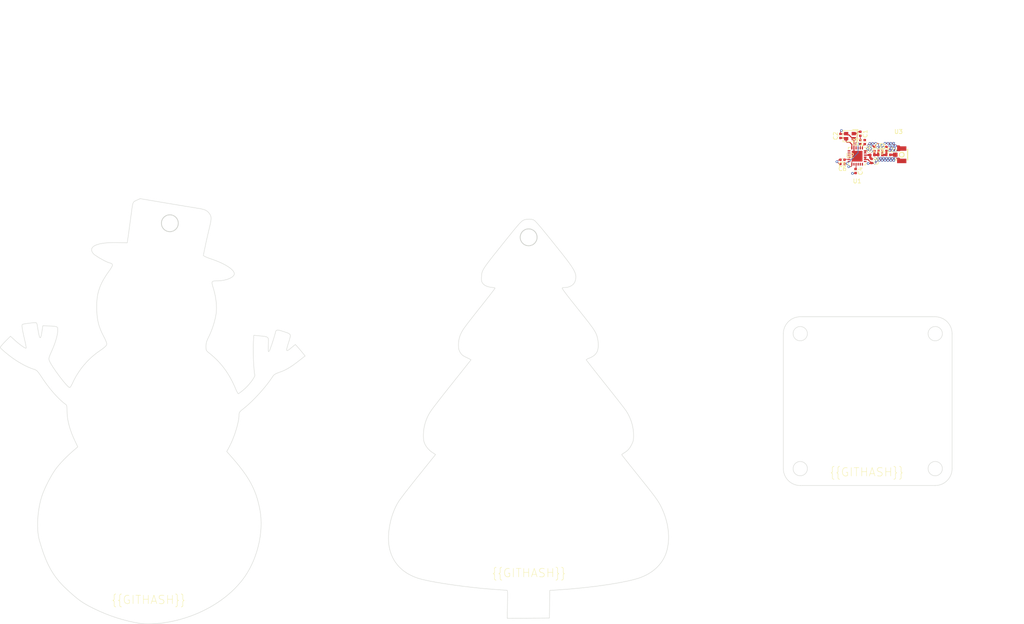
<source format=kicad_pcb>
(kicad_pcb (version 20221018) (generator pcbnew)
  (layers (0 "F.Cu" signal) (31 "B.Cu" signal) (34 "B.Paste" user) (35 "F.Paste" user) (36 "B.SilkS" user "B.Silkscreen") (37 "F.SilkS" user "F.Silkscreen") (38 "B.Mask" user) (39 "F.Mask" user) (44 "Edge.Cuts" user))
  (net 0 "")
  (net 1 "vcc")
  (net 2 "vcc-1")
  (net 3 "nreset")
  (net 4 "xta")
  (net 5 "gnd")
  (net 6 "xtb")
  (net 7 "busy")
  (net 8 "dio1")
  (net 9 "dio2")
  (net 10 "dio3")
  (net 11 "vcc-2")
  (net 12 "dcc_sw")
  (net 13 "miso")
  (net 14 "mosi")
  (net 15 "sck")
  (net 16 "cs")
  (net 17 "io")
  (net 18 "vcc-4")
  (net 19 "gnd-3")
  (net 20 "vcc-5")
  (footprint "lib:C0402" (layer "F.Cu") (at 242.52493 40.844851 -90)
    (fp_text reference "C8")
    (fp_text value "50V 1pF C0G 0402  Multilayer Ceramic Capacitors MLCC - SMD/SMT ROHS")
  )
  (footprint "lib:OSC-SMD_4P-L2.0-W1.6-BL" (layer "F.Cu") (at 237.409059 34.962278 180)
    (fp_text reference "U2")
    (fp_text value "")
  )
  (footprint "lib:C0402" (layer "F.Cu") (at 239.86474 36.358333 90)
    (fp_text reference "C3")
    (fp_text value "10V 470nF X5R ±10% 0402  Multilayer Ceramic Capacitors MLCC - SMD/SMT ROHS")
  )
  (footprint "lib:C0402" (layer "F.Cu") (at 235.163799 34.916233 90)
    (fp_text reference "C2")
    (fp_text value "50V 11pF C0G ±5% 0402  Multilayer Ceramic Capacitors MLCC - SMD/SMT ROHS")
  )
  (footprint "lib:C0402" (layer "F.Cu") (at 238.738084 43.22629 -90)
    (fp_text reference "C4")
    (fp_text value "Multilayer Ceramic Capacitors MLCC - SMD/SMT 100nF 10V 0402 RoHS")
  )
  (footprint "lib:C0402" (layer "F.Cu") (at 246.056578 37.985385 90)
    (fp_text reference "C10")
    (fp_text value "50V 1pF C0G 0402  Multilayer Ceramic Capacitors MLCC - SMD/SMT ROHS")
  )
  (footprint "lib:C0402" (layer "F.Cu") (at 244.630796 38.44757)
    (fp_text reference "C11")
    (fp_text value "50V 1pF C0G 0402  Multilayer Ceramic Capacitors MLCC - SMD/SMT ROHS")
  )
  (footprint "lib:C0402" (layer "F.Cu") (at 243.205661 38.003093 90)
    (fp_text reference "C9")
    (fp_text value "50V 1pF C0G 0402  Multilayer Ceramic Capacitors MLCC - SMD/SMT ROHS")
  )
  (footprint "lib:C0402" (layer "F.Cu") (at 235.629689 40.564252 180)
    (fp_text reference "C5")
    (fp_text value "Multilayer Ceramic Capacitors MLCC - SMD/SMT 100nF 10V 0402 RoHS")
  )
  (footprint "lib:C0402" (layer "F.Cu") (at 239.859212 34.403761 -90)
    (fp_text reference "C1")
    (fp_text value "50V 11pF C0G ±5% 0402  Multilayer Ceramic Capacitors MLCC - SMD/SMT ROHS")
  )
  (footprint "lib:L0402" (layer "F.Cu") (at 242.708984 39.428388)
    (fp_text reference "L1")
    (fp_text value "")
  )
  (footprint "lib:C0402" (layer "F.Cu") (at 235.625247 41.53826 180)
    (fp_text reference "C6")
    (fp_text value "50V 10nF X7R ±10% 0402  Multilayer Ceramic Capacitors MLCC - SMD/SMT ROHS")
  )
  (footprint "lib:IPEX-SMD_BWIPX-1-001E" (layer "F.Cu") (at 248.92 39.37)
    (fp_text reference "U3")
    (fp_text value "")
  )
  (footprint "lib:QFN-24_L4.0-W4.0-P0.50-BL-EP2.6" (layer "F.Cu") (at 239.104736 39.707226 180)
    (fp_text reference "U1")
    (fp_text value "")
  )
  (footprint "lib:C0402" (layer "F.Cu") (at 246.485344 39.402532)
    (fp_text reference "C12")
    (fp_text value "50V 100pF C0G ±5% 0402  Multilayer Ceramic Capacitors MLCC - SMD/SMT ROHS")
  )
  (footprint "lib:L0402" (layer "F.Cu") (at 244.601742 39.417751)
    (fp_text reference "L2")
    (fp_text value "")
  )
  (footprint "lib:C0402" (layer "F.Cu") (at 240.91215 36.363991 90)
    (fp_text reference "C7")
    (fp_text value "50V 10nF X7R ±10% 0402  Multilayer Ceramic Capacitors MLCC - SMD/SMT ROHS")
  )
  (gr_circle (center 225.62 81.79) (end 227.32 81.79) (stroke (width 0.1)) (fill none) (layer "Edge.Cuts"))
  (gr_circle (center 257.62 113.79) (end 259.32 113.79) (stroke (width 0.1)) (fill none) (layer "Edge.Cuts"))
  (gr_circle (center 257.62 81.79) (end 259.32 81.79) (stroke (width 0.1)) (fill none) (layer "Edge.Cuts"))
  (gr_poly (pts (xy 75.142222 50.797022) (xy 79.756606 51.568267) (xy 82.366969 51.99203) (xy 83.019066 52.095762) (xy 83.303876 52.146979) (xy 83.563537 52.198618) (xy 83.799806 52.251323) (xy 84.01444 52.305736) (xy 84.209196 52.362498) (xy 84.385831 52.422252) (xy 84.546102 52.485641) (xy 84.691766 52.553306) (xy 84.824581 52.62589) (xy 84.946303 52.704035) (xy 85.05869 52.788383) (xy 85.163499 52.879577) (xy 85.262486 52.978258) (xy 85.357409 53.08507) (xy 85.479286 53.234958) (xy 85.586233 53.378736) (xy 85.634185 53.44915) (xy 85.678498 53.519015) (xy 85.719202 53.588656) (xy 85.75633 53.658402) (xy 85.789911 53.728576) (xy 85.819976 53.799506) (xy 85.846558 53.871517) (xy 85.869686 53.944936) (xy 85.889392 54.020089) (xy 85.905707 54.097301) (xy 85.918662 54.176899) (xy 85.928287 54.259209) (xy 85.934615 54.344557) (xy 85.937675 54.433269) (xy 85.937499 54.525672) (xy 85.934119 54.62209) (xy 85.927564 54.722851) (xy 85.917866 54.82828) (xy 85.889166 55.054449) (xy 85.848266 55.303204) (xy 85.795414 55.577155) (xy 85.730859 55.878909) (xy 85.654849 56.211077) (xy 84.878546 59.55341) (xy 84.657875 60.550977) (xy 84.450892 61.532488) (xy 84.331406 62.116419) (xy 84.229648 62.629765) (xy 84.15639 63.017063) (xy 84.122409 63.222849) (xy 84.123062 63.236814) (xy 84.127967 63.251873) (xy 84.137065 63.268001) (xy 84.150302 63.285171) (xy 84.167619 63.303357) (xy 84.188962 63.322534) (xy 84.214273 63.342674) (xy 84.243497 63.363751) (xy 84.313454 63.408613) (xy 84.398381 63.456909) (xy 84.497828 63.50843) (xy 84.611342 63.562966) (xy 84.738473 63.620306) (xy 84.878767 63.680241) (xy 85.031775 63.742561) (xy 85.197043 63.807056) (xy 85.374121 63.873515) (xy 85.562558 63.94173) (xy 85.7619 64.011489) (xy 85.971698 64.082583) (xy 86.585981 64.296029) (xy 87.172975 64.516947) (xy 87.730729 64.744054) (xy 88.257293 64.976069) (xy 88.75072 65.211708) (xy 89.209058 65.449689) (xy 89.63036 65.68873) (xy 90.012676 65.927548) (xy 90.354056 66.16486) (xy 90.652552 66.399385) (xy 90.906214 66.629839) (xy 91.113092 66.85494) (xy 91.271238 67.073405) (xy 91.378702 67.283953) (xy 91.412819 67.385857) (xy 91.433535 67.485301) (xy 91.440605 67.582123) (xy 91.433787 67.676165) (xy 91.41712 67.753004) (xy 91.390362 67.829368) (xy 91.35383 67.905131) (xy 91.307839 67.980165) (xy 91.252707 68.054343) (xy 91.188749 68.12754) (xy 91.116281 68.199626) (xy 91.03562 68.270477) (xy 90.947082 68.339964) (xy 90.850984 68.407961) (xy 90.747641 68.47434) (xy 90.637371 68.538975) (xy 90.520488 68.601739) (xy 90.39731 68.662505) (xy 90.268153 68.721145) (xy 90.133332 68.777534) (xy 89.993165 68.831543) (xy 89.847967 68.883047) (xy 89.543745 68.978027) (xy 89.223197 69.06146) (xy 88.888852 69.132329) (xy 88.54324 69.189618) (xy 88.188892 69.232313) (xy 88.009232 69.24787) (xy 87.828337 69.259397) (xy 87.646523 69.266767) (xy 87.464106 69.269854) (xy 87.202959 69.272042) (xy 86.97453 69.277492) (xy 86.777472 69.288473) (xy 86.690288 69.296746) (xy 86.610443 69.307253) (xy 86.537768 69.320276) (xy 86.472096 69.3361) (xy 86.413258 69.355009) (xy 86.361087 69.377285) (xy 86.315414 69.403211) (xy 86.276071 69.433073) (xy 86.24289 69.467154) (xy 86.215703 69.505736) (xy 86.194342 69.549103) (xy 86.178638 69.59754) (xy 86.168424 69.65133) (xy 86.163532 69.710755) (xy 86.163793 69.776101) (xy 86.169039 69.847649) (xy 86.179102 69.925685) (xy 86.193814 70.010491) (xy 86.236514 70.20155) (xy 86.295792 70.423093) (xy 86.370304 70.677389) (xy 86.458705 70.966708) (xy 86.582128 71.384478) (xy 86.694998 71.803093) (xy 86.797211 72.221567) (xy 86.888665 72.638919) (xy 86.969257 73.054166) (xy 87.038885 73.466323) (xy 87.097447 73.874409) (xy 87.144838 74.277439) (xy 87.180958 74.674432) (xy 87.205702 75.064404) (xy 87.21897 75.446371) (xy 87.220657 75.819352) (xy 87.210662 76.182361) (xy 87.188881 76.534418) (xy 87.155212 76.874538) (xy 87.109553 77.201739) (xy 86.986123 77.871628) (xy 86.830027 78.558912) (xy 86.643845 79.255662) (xy 86.430157 79.953949) (xy 86.19154 80.645848) (xy 85.930575 81.323429) (xy 85.649841 81.978766) (xy 85.351916 82.60393) (xy 85.189192 82.938586) (xy 85.118752 83.093315) (xy 85.055229 83.240939) (xy 84.998352 83.382431) (xy 84.947849 83.518761) (xy 84.903447 83.650903) (xy 84.864875 83.779828) (xy 84.831859 83.906506) (xy 84.804129 84.031911) (xy 84.781412 84.157013) (xy 84.763435 84.282785) (xy 84.749927 84.410197) (xy 84.740615 84.540223) (xy 84.735228 84.673833) (xy 84.733493 84.811999) (xy 84.736223 85.129082) (xy 84.741369 85.261496) (xy 84.750575 85.379459) (xy 84.764997 85.485194) (xy 84.774524 85.534172) (xy 84.785789 85.580928) (xy 84.798934 85.625739) (xy 84.814106 85.668884) (xy 84.831447 85.710641) (xy 84.851104 85.751288) (xy 84.873219 85.791103) (xy 84.897937 85.830364) (xy 84.925403 85.869349) (xy 84.955761 85.908337) (xy 84.989155 85.947605) (xy 85.02573 85.987432) (xy 85.109 86.069873) (xy 85.206725 86.157886) (xy 85.320061 86.253696) (xy 85.598185 86.477602) (xy 86.096863 86.886277) (xy 86.577755 87.306529) (xy 87.04138 87.739064) (xy 87.488258 88.184586) (xy 87.918909 88.6438) (xy 88.333852 89.117412) (xy 88.733607 89.606125) (xy 89.118694 90.110646) (xy 89.489632 90.631678) (xy 89.846941 91.169927) (xy 90.19114 91.726098) (xy 90.52275 92.300895) (xy 90.84229 92.895024) (xy 91.150279 93.509189) (xy 91.447237 94.144095) (xy 91.733683 94.800448) (xy 91.84059 95.047283) (xy 91.945802 95.277558) (xy 92.046625 95.486234) (xy 92.140364 95.668271) (xy 92.224324 95.818627) (xy 92.295813 95.932265) (xy 92.326039 95.973739) (xy 92.352136 96.004143) (xy 92.373767 96.022848) (xy 92.382804 96.027616) (xy 92.390597 96.029223) (xy 92.399173 96.028006) (xy 92.410522 96.024397) (xy 92.441219 96.010237) (xy 92.482045 95.987221) (xy 92.53236 95.955824) (xy 92.591521 95.916524) (xy 92.658887 95.869798) (xy 92.815666 95.755976) (xy 92.997564 95.618173) (xy 93.199447 95.460204) (xy 93.416182 95.285885) (xy 93.642634 95.099032) (xy 93.891007 94.882848) (xy 94.141366 94.648628) (xy 94.390948 94.400061) (xy 94.636991 94.140836) (xy 94.87673 93.874641) (xy 95.107403 93.605164) (xy 95.326247 93.336095) (xy 95.530498 93.071122) (xy 95.717394 92.813933) (xy 95.884171 92.568218) (xy 96.028066 92.337665) (xy 96.146316 92.125962) (xy 96.236159 91.936798) (xy 96.294829 91.773863) (xy 96.311612 91.703383) (xy 96.319566 91.640844) (xy 96.318345 91.586706) (xy 96.307605 91.54143) (xy 96.264441 91.378418) (xy 96.221593 91.121805) (xy 96.138989 90.373142) (xy 96.064068 89.386161) (xy 96.001109 88.251583) (xy 95.954389 87.060129) (xy 95.928186 85.902519) (xy 95.926777 84.869474) (xy 95.95444 84.051714) (xy 96.07471 82.177477) (xy 97.36716 82.304781) (xy 98.13507 82.379263) (xy 98.441266 82.413109) (xy 98.700599 82.449744) (xy 98.916803 82.492956) (xy 99.009898 82.518212) (xy 99.09361 82.546534) (xy 99.168406 82.578395) (xy 99.234753 82.614268) (xy 99.293117 82.654627) (xy 99.343964 82.699946) (xy 99.387763 82.750698) (xy 99.424978 82.807357) (xy 99.456076 82.870396) (xy 99.481525 82.94029) (xy 99.501791 83.017511) (xy 99.51734 83.102533) (xy 99.536155 83.297877) (xy 99.541702 83.530109) (xy 99.537716 83.803018) (xy 99.51607 84.486025) (xy 99.501811 85.019341) (xy 99.495778 85.429631) (xy 99.49953 85.727933) (xy 99.505563 85.838537) (xy 99.514626 85.925284) (xy 99.526915 85.989553) (xy 99.542625 86.032723) (xy 99.551823 86.046828) (xy 99.56195 86.056175) (xy 99.573029 86.060938) (xy 99.585085 86.061289) (xy 99.612224 86.049443) (xy 99.643564 86.022019) (xy 99.679299 85.980395) (xy 99.719623 85.925951) (xy 99.770963 85.835961) (xy 99.83738 85.6921) (xy 100.00736 85.267042) (xy 100.213404 84.699332) (xy 100.439353 84.037526) (xy 100.669049 83.330178) (xy 100.886332 82.625845) (xy 101.075044 81.973082) (xy 101.219027 81.420443) (xy 101.232451 81.367288) (xy 101.246658 81.317349) (xy 101.261814 81.270604) (xy 101.278084 81.227032) (xy 101.295634 81.186611) (xy 101.314631 81.149321) (xy 101.33524 81.115138) (xy 101.357628 81.084043) (xy 101.381959 81.056013) (xy 101.4084 81.031027) (xy 101.437117 81.009064) (xy 101.468275 80.990102) (xy 101.502041 80.974119) (xy 101.538581 80.961095) (xy 101.578059 80.951007) (xy 101.620643 80.943835) (xy 101.666497 80.939556) (xy 101.715788 80.938149) (xy 101.768682 80.939594) (xy 101.825345 80.943867) (xy 101.885942 80.950949) (xy 101.950639 80.960817) (xy 102.019603 80.97345) (xy 102.092998 80.988826) (xy 102.170992 81.006924) (xy 102.253749 81.027723) (xy 102.434219 81.077337) (xy 102.635734 81.137495) (xy 102.859622 81.208025) (xy 103.581471 81.438726) (xy 103.868146 81.535185) (xy 104.108644 81.625316) (xy 104.212356 81.669476) (xy 104.305459 81.713816) (xy 104.388264 81.758923) (xy 104.461082 81.805384) (xy 104.524226 81.853787) (xy 104.578006 81.904719) (xy 104.622735 81.958768) (xy 104.658725 82.01652) (xy 104.686285 82.078563) (xy 104.705729 82.145484) (xy 104.717368 82.217871) (xy 104.721513 82.296311) (xy 104.718476 82.381392) (xy 104.708568 82.4737) (xy 104.692102 82.573823) (xy 104.669388 82.682348) (xy 104.606464 82.926954) (xy 104.522289 83.212218) (xy 104.300158 83.92351) (xy 104.076968 84.658354) (xy 103.993442 84.95378) (xy 103.929762 85.203046) (xy 103.886777 85.407528) (xy 103.865337 85.568604) (xy 103.862962 85.633296) (xy 103.866292 85.687652) (xy 103.875434 85.731846) (xy 103.890492 85.766049) (xy 103.911574 85.790433) (xy 103.938786 85.805172) (xy 103.972234 85.810436) (xy 104.012025 85.806398) (xy 104.058263 85.79323) (xy 104.111056 85.771105) (xy 104.236732 85.700671) (xy 104.3899 85.596472) (xy 104.571411 85.459887) (xy 105.02286 85.095065) (xy 105.918216 84.355181) (xy 106.388476 84.86751) (xy 106.496975 84.987739) (xy 106.625318 85.133369) (xy 106.92254 85.478508) (xy 107.242155 85.858286) (xy 107.546176 86.22806) (xy 108.2336 87.076296) (xy 106.72333 88.254687) (xy 106.031007 88.783192) (xy 105.392025 89.245391) (xy 105.089314 89.453516) (xy 104.796071 89.647331) (xy 104.511007 89.827593) (xy 104.232833 89.995056) (xy 103.960259 90.150478) (xy 103.691998 90.294613) (xy 103.426759 90.428217) (xy 103.163254 90.552046) (xy 102.900193 90.666855) (xy 102.636288 90.773401) (xy 102.370249 90.872439) (xy 102.100787 90.964724) (xy 101.955978 91.013649) (xy 101.818902 91.062832) (xy 101.689432 91.112348) (xy 101.567439 91.162273) (xy 101.452795 91.212683) (xy 101.345371 91.263651) (xy 101.245039 91.315254) (xy 101.151671 91.367567) (xy 101.065138 91.420665) (xy 100.985313 91.474624) (xy 100.912065 91.529517) (xy 100.845269 91.585421) (xy 100.784794 91.642412) (xy 100.730512 91.700563) (xy 100.682296 91.759951) (xy 100.640017 91.82065) (xy 100.313962 92.312951) (xy 99.958065 92.82026) (xy 99.575318 93.339289) (xy 99.168711 93.866747) (xy 98.741234 94.399346) (xy 98.295878 94.933795) (xy 97.835635 95.466804) (xy 97.363494 95.995083) (xy 96.882446 96.515343) (xy 96.395482 97.024295) (xy 95.905593 97.518647) (xy 95.415769 97.995111) (xy 94.929002 98.450396) (xy 94.44828 98.881213) (xy 93.976596 99.284272) (xy 93.51694 99.656283) (xy 93.364132 99.777198) (xy 93.228349 99.887118) (xy 93.108601 99.987555) (xy 93.003899 100.080022) (xy 92.913256 100.166032) (xy 92.835682 100.247098) (xy 92.770188 100.324733) (xy 92.741662 100.362737) (xy 92.715786 100.40045) (xy 92.692435 100.438062) (xy 92.671487 100.475762) (xy 92.652817 100.513738) (xy 92.636302 100.552181) (xy 92.621819 100.591279) (xy 92.609244 100.631221) (xy 92.589322 100.714395) (xy 92.575548 100.803215) (xy 92.566934 100.899195) (xy 92.56249 101.003847) (xy 92.561229 101.118685) (xy 92.548214 101.459191) (xy 92.510172 101.840399) (xy 92.448603 102.257479) (xy 92.365007 102.705605) (xy 92.260885 103.179948) (xy 92.137739 103.675679) (xy 91.997068 104.187971) (xy 91.840373 104.711996) (xy 91.669155 105.242926) (xy 91.484915 105.775933) (xy 91.289154 106.306188) (xy 91.083372 106.828864) (xy 90.86907 107.339132) (xy 90.647749 107.832164) (xy 90.420909 108.303133) (xy 90.190051 108.74721) (xy 89.658061 109.729433) (xy 90.799319 111.025652) (xy 91.552256 111.894452) (xy 92.247519 112.726345) (xy 92.887901 113.52649) (xy 93.476195 114.300047) (xy 94.015193 115.052178) (xy 94.507688 115.788042) (xy 94.956473 116.5128) (xy 95.364341 117.231612) (xy 95.734083 117.949638) (xy 96.068493 118.672038) (xy 96.370364 119.403974) (xy 96.642488 120.150605) (xy 96.887657 120.917091) (xy 97.108665 121.708593) (xy 97.308304 122.530271) (xy 97.489367 123.387286) (xy 97.659586 124.435519) (xy 97.764545 125.512723) (xy 97.805707 126.613102) (xy 97.784533 127.73086) (xy 97.702485 128.860202) (xy 97.561026 129.995332) (xy 97.361618 131.130454) (xy 97.105722 132.259774) (xy 96.794801 133.377494) (xy 96.430316 134.47782) (xy 96.01373 135.554956) (xy 95.546505 136.603107) (xy 95.030102 137.616476) (xy 94.465984 138.589268) (xy 93.855613 139.515689) (xy 93.20045 140.389941) (xy 92.386005 141.350273) (xy 91.510226 142.273552) (xy 90.576227 143.158109) (xy 89.587122 144.002278) (xy 88.546024 144.80439) (xy 87.456048 145.562779) (xy 86.320308 146.275777) (xy 85.141916 146.941716) (xy 83.923988 147.558929) (xy 82.669636 148.125749) (xy 81.381976 148.640508) (xy 80.06412 149.101539) (xy 78.719182 149.507174) (xy 77.350277 149.855747) (xy 75.960518 150.145589) (xy 74.553019 150.375033) (xy 73.862872 150.459306) (xy 73.131633 150.525975) (xy 72.383923 150.574372) (xy 71.644361 150.603827) (xy 70.93757 150.613671) (xy 70.288169 150.603235) (xy 69.720779 150.57185) (xy 69.475532 150.548093) (xy 69.26002 150.518847) (xy 69.260051 150.518832) (xy 67.831835 150.262486) (xy 66.416949 149.953785) (xy 65.016193 149.592984) (xy 63.630368 149.180338) (xy 62.260274 148.716103) (xy 60.90671 148.200532) (xy 59.570477 147.633881) (xy 58.252375 147.016405) (xy 57.283074 146.528505) (xy 56.847829 146.298277) (xy 56.438641 146.072324) (xy 56.050351 145.846994) (xy 55.6778 145.618633) (xy 55.315827 145.383588) (xy 54.959273 145.138205) (xy 54.602979 144.87883) (xy 54.241783 144.601811) (xy 53.870528 144.303492) (xy 53.484054 143.980222) (xy 52.644807 143.244211) (xy 51.682765 142.36455) (xy 51.097036 141.804159) (xy 50.54538 141.238954) (xy 50.025658 140.665073) (xy 49.535731 140.078649) (xy 49.07346 139.475819) (xy 48.636705 138.852719) (xy 48.223328 138.205483) (xy 47.831189 137.530249) (xy 47.458149 136.823151) (xy 47.10207 136.080325) (xy 46.760812 135.297907) (xy 46.432236 134.472032) (xy 46.114202 133.598836) (xy 45.804573 132.674455) (xy 45.501208 131.695024) (xy 45.201968 130.656679) (xy 45.078569 130.147371) (xy 44.978794 129.594224) (xy 44.90231 129.00242) (xy 44.848785 128.377144) (xy 44.817886 127.723579) (xy 44.809281 127.046907) (xy 44.822637 126.352311) (xy 44.857621 125.644974) (xy 44.913901 124.93008) (xy 44.991145 124.212811) (xy 45.089019 123.498351) (xy 45.207191 122.791883) (xy 45.345328 122.098589) (xy 45.503099 121.423652) (xy 45.68017 120.772256) (xy 45.876208 120.149584) (xy 46.005143 119.787909) (xy 46.154924 119.401263) (xy 46.508073 118.570286) (xy 46.917749 117.69111) (xy 47.366047 116.79819) (xy 47.83506 115.92598) (xy 48.306883 115.108937) (xy 48.76361 114.381515) (xy 48.980717 114.062179) (xy 49.187335 113.77817) (xy 49.387433 113.519297) (xy 49.599256 113.255538) (xy 50.056372 112.715109) (xy 50.555279 112.160374) (xy 51.092575 111.594824) (xy 51.664855 111.021952) (xy 52.268718 110.445248) (xy 52.900758 109.868205) (xy 53.557574 109.294314) (xy 54.329783 108.634142) (xy 53.616031 107.110232) (xy 53.390001 106.6154) (xy 53.179365 106.128819) (xy 52.984012 105.650049) (xy 52.803829 105.178652) (xy 52.638704 104.71419) (xy 52.488525 104.256224) (xy 52.353181 103.804315) (xy 52.232559 103.358025) (xy 52.126547 102.916915) (xy 52.035034 102.480548) (xy 51.957906 102.048484) (xy 51.895053 101.620284) (xy 51.846363 101.195511) (xy 51.811722 100.773726) (xy 51.79102 100.35449) (xy 51.784144 99.937365) (xy 51.780657 99.620612) (xy 51.776007 99.482669) (xy 51.769161 99.357285) (xy 51.759927 99.243666) (xy 51.748111 99.141014) (xy 51.733519 99.048534) (xy 51.715958 98.96543) (xy 51.695233 98.890904) (xy 51.671153 98.824161) (xy 51.643523 98.764406) (xy 51.612149 98.71084) (xy 51.576839 98.662669) (xy 51.537399 98.619096) (xy 51.493635 98.579325) (xy 51.445353 98.542559) (xy 51.149902 98.324092) (xy 50.839064 98.073347) (xy 50.514896 97.792628) (xy 50.179453 97.484238) (xy 49.834791 97.150482) (xy 49.482966 96.793665) (xy 49.126033 96.41609) (xy 48.766047 96.020062) (xy 48.405065 95.607885) (xy 48.045142 95.181864) (xy 47.688333 94.744302) (xy 47.336694 94.297504) (xy 46.992281 93.843774) (xy 46.657149 93.385417) (xy 46.333354 92.924737) (xy 46.022952 92.464037) (xy 45.611719 91.844971) (xy 45.279782 91.362091) (xy 45.137757 91.165551) (xy 45.008606 90.995655) (xy 44.89001 90.849933) (xy 44.779654 90.725918) (xy 44.675221 90.621143) (xy 44.574392 90.533138) (xy 44.474852 90.459437) (xy 44.374284 90.397571) (xy 44.27037 90.345073) (xy 44.160793 90.299474) (xy 44.043237 90.258307) (xy 43.915385 90.219103) (xy 43.593888 90.117525) (xy 43.255864 89.996009) (xy 42.903268 89.855657) (xy 42.538058 89.697573) (xy 42.162189 89.522858) (xy 41.777618 89.332616) (xy 41.386301 89.127951) (xy 40.990194 88.909964) (xy 40.591254 88.679759) (xy 40.191438 88.438438) (xy 39.792701 88.187105) (xy 39.396999 87.926862) (xy 39.00629 87.658812) (xy 38.622529 87.384058) (xy 38.247673 87.103703) (xy 37.883677 86.81885) (xy 37.49456 86.502783) (xy 37.131548 86.199554) (xy 36.802586 85.916398) (xy 36.515619 85.660548) (xy 36.278593 85.439239) (xy 36.099452 85.259705) (xy 36.034071 85.187865) (xy 35.986141 85.129182) (xy 35.956654 85.08456) (xy 35.946605 85.054903) (xy 35.948192 85.042433) (xy 35.952903 85.026953) (xy 35.971384 84.987332) (xy 36.001425 84.936776) (xy 36.042403 84.876021) (xy 36.093695 84.805804) (xy 36.154681 84.726859) (xy 36.224736 84.639924) (xy 36.303239 84.545735) (xy 36.389567 84.445026) (xy 36.483097 84.338536) (xy 36.689276 84.11115) (xy 36.916796 83.869466) (xy 37.037003 83.745102) (xy 37.160678 83.619372) (xy 38.374759 82.395922) (xy 39.365809 83.301684) (xy 39.814301 83.698656) (xy 40.266196 84.075272) (xy 40.704205 84.419302) (xy 41.111041 84.718514) (xy 41.469414 84.960676) (xy 41.625024 85.056541) (xy 41.762035 85.133557) (xy 41.878286 85.190195) (xy 41.971615 85.224926) (xy 42.039863 85.236222) (xy 42.063905 85.232603) (xy 42.080867 85.222552) (xy 42.085566 85.215268) (xy 42.089233 85.203934) (xy 42.093537 85.169549) (xy 42.093921 85.120268) (xy 42.090523 85.056964) (xy 42.083485 84.98051) (xy 42.072948 84.891778) (xy 42.059051 84.79164) (xy 42.041937 84.68097) (xy 41.998614 84.43152) (xy 41.944105 84.150408) (xy 41.879534 83.844615) (xy 41.806025 83.52112) (xy 41.578977 82.541169) (xy 41.399614 81.732306) (xy 41.265507 81.079136) (xy 41.174225 80.56626) (xy 41.123338 80.17828) (xy 41.112283 80.026315) (xy 41.110416 79.899799) (xy 41.117432 79.796809) (xy 41.133029 79.71542) (xy 41.156901 79.653706) (xy 41.188746 79.609743) (xy 41.213078 79.592846) (xy 41.252556 79.575085) (xy 41.372962 79.537437) (xy 41.541984 79.497733) (xy 41.751641 79.456905) (xy 42.26094 79.37561) (xy 42.837013 79.301016) (xy 43.416018 79.240586) (xy 43.934111 79.201782) (xy 44.150364 79.192822) (xy 44.327447 79.192067) (xy 44.45738 79.20045) (xy 44.532183 79.218905) (xy 44.538527 79.223215) (xy 44.545097 79.229471) (xy 44.551878 79.23762) (xy 44.558855 79.247608) (xy 44.573336 79.272888) (xy 44.588416 79.304879) (xy 44.603974 79.343154) (xy 44.619887 79.387282) (xy 44.636031 79.436835) (xy 44.652284 79.491383) (xy 44.668525 79.550496) (xy 44.684629 79.613746) (xy 44.700475 79.680703) (xy 44.715939 79.750937) (xy 44.7309 79.82402) (xy 44.745234 79.899521) (xy 44.75882 79.977012) (xy 44.771533 80.056063) (xy 44.946351 81.130774) (xy 45.025944 81.564983) (xy 45.101061 81.931234) (xy 45.172253 82.230134) (xy 45.24007 82.462288) (xy 45.305063 82.628302) (xy 45.336673 82.686696) (xy 45.367783 82.728781) (xy 45.398463 82.754634) (xy 45.428781 82.764331) (xy 45.458807 82.757947) (xy 45.488608 82.735557) (xy 45.518254 82.697238) (xy 45.547814 82.643066) (xy 45.606951 82.487462) (xy 45.666568 82.269351) (xy 45.727218 81.98934) (xy 45.78945 81.648032) (xy 45.853816 81.246035) (xy 46.055377 79.918581) (xy 47.417926 79.96628) (xy 48.109143 79.993687) (xy 48.392021 80.009194) (xy 48.636741 80.027435) (xy 48.846051 80.049559) (xy 49.022696 80.076715) (xy 49.169424 80.110051) (xy 49.288982 80.150717) (xy 49.339431 80.174158) (xy 49.384117 80.199861) (xy 49.423385 80.227972) (xy 49.457577 80.258632) (xy 49.487036 80.291987) (xy 49.512107 80.32818) (xy 49.533132 80.367353) (xy 49.550455 80.409652) (xy 49.575367 80.504197) (xy 49.589592 80.612965) (xy 49.595876 80.737105) (xy 49.596965 80.877764) (xy 49.590289 81.099803) (xy 49.571905 81.336737) (xy 49.542029 81.587807) (xy 49.500879 81.852253) (xy 49.448672 82.129318) (xy 49.385623 82.418243) (xy 49.311951 82.718269) (xy 49.227873 83.028637) (xy 49.133604 83.34859) (xy 49.029362 83.677367) (xy 48.915364 84.014212) (xy 48.791827 84.358364) (xy 48.658967 84.709065) (xy 48.517002 85.065558) (xy 48.366148 85.427082) (xy 48.206622 85.792879) (xy 47.949769 86.374791) (xy 47.755997 86.832451) (xy 47.68104 87.021721) (xy 47.619784 87.188367) (xy 47.571537 87.335205) (xy 47.535609 87.465048) (xy 47.511311 87.580709) (xy 47.497952 87.685002) (xy 47.494842 87.78074) (xy 47.501291 87.870737) (xy 47.516609 87.957807) (xy 47.540106 88.044763) (xy 47.571091 88.134418) (xy 47.608874 88.229586) (xy 47.761079 88.551834) (xy 47.975096 88.939463) (xy 48.241913 89.380584) (xy 48.55252 89.863307) (xy 49.269066 90.905997) (xy 50.052651 91.972411) (xy 50.831193 92.967426) (xy 51.196047 93.408433) (xy 51.532609 93.795921) (xy 51.831869 94.117998) (xy 52.084818 94.362774) (xy 52.282443 94.518359) (xy 52.357694 94.558989) (xy 52.415736 94.572863) (xy 52.426811 94.571375) (xy 52.439084 94.56696) (xy 52.452509 94.559691) (xy 52.467041 94.549641) (xy 52.482633 94.536883) (xy 52.499239 94.521489) (xy 52.516813 94.503532) (xy 52.535309 94.483086) (xy 52.574881 94.435018) (xy 52.617586 94.377866) (xy 52.663055 94.312214) (xy 52.710918 94.238646) (xy 52.760808 94.157745) (xy 52.812354 94.070093) (xy 52.865187 93.976276) (xy 52.918939 93.876875) (xy 52.97324 93.772474) (xy 53.02772 93.663657) (xy 53.082012 93.551007) (xy 53.135745 93.435107) (xy 53.405424 92.869327) (xy 53.69623 92.311615) (xy 54.007442 91.76282) (xy 54.338342 91.223792) (xy 54.688208 90.695381) (xy 55.05632 90.178436) (xy 55.441958 89.673808) (xy 55.844402 89.182347) (xy 56.262932 88.704901) (xy 56.696828 88.242322) (xy 57.145369 87.795459) (xy 57.607836 87.365163) (xy 58.083508 86.952281) (xy 58.571665 86.557666) (xy 59.071586 86.182166) (xy 59.582553 85.826632) (xy 59.914962 85.598282) (xy 60.214172 85.3804) (xy 60.477869 85.17504) (xy 60.595674 85.077698) (xy 60.703732 84.984257) (xy 60.801753 84.894974) (xy 60.889447 84.810106) (xy 60.966524 84.72991) (xy 61.032694 84.654642) (xy 61.087669 84.584559) (xy 61.131158 84.519919) (xy 61.162872 84.460977) (xy 61.182521 84.407992) (xy 61.189444 84.378526) (xy 61.194656 84.347449) (xy 61.198136 84.314702) (xy 61.199864 84.280227) (xy 61.197977 84.205863) (xy 61.188829 84.123892) (xy 61.172254 84.033852) (xy 61.148084 83.935279) (xy 61.116154 83.82771) (xy 61.076297 83.71068) (xy 61.028345 83.583727) (xy 60.972134 83.446388) (xy 60.907495 83.298197) (xy 60.834263 83.138693) (xy 60.75227 82.967412) (xy 60.661351 82.783889) (xy 60.561339 82.587662) (xy 60.452067 82.378268) (xy 60.237971 81.961359) (xy 60.041673 81.555601) (xy 59.862568 81.158484) (xy 59.700049 80.767498) (xy 59.553508 80.380135) (xy 59.422339 79.993885) (xy 59.305935 79.60624) (xy 59.203689 79.21469) (xy 59.114995 78.816725) (xy 59.039245 78.409838) (xy 58.975833 77.991518) (xy 58.924151 77.559256) (xy 58.883594 77.110544) (xy 58.853553 76.642872) (xy 58.833423 76.153731) (xy 58.822596 75.640612) (xy 58.82378 75.019765) (xy 58.843433 74.425285) (xy 58.882591 73.854032) (xy 58.942291 73.302869) (xy 59.023569 72.768658) (xy 59.127459 72.248262) (xy 59.255 71.738542) (xy 59.407225 71.236361) (xy 59.585172 70.73858) (xy 59.789877 70.242062) (xy 60.022374 69.743669) (xy 60.283701 69.240263) (xy 60.574893 68.728705) (xy 60.896986 68.205859) (xy 61.251015 67.668586) (xy 61.638018 67.113749) (xy 61.84244 66.825076) (xy 62.020375 66.566593) (xy 62.17201 66.336298) (xy 62.29753 66.132187) (xy 62.397121 65.95226) (xy 62.470968 65.794512) (xy 62.498296 65.72333) (xy 62.519258 65.656942) (xy 62.533877 65.595098) (xy 62.542176 65.537547) (xy 62.544179 65.484039) (xy 62.539908 65.434323) (xy 62.529387 65.388151) (xy 62.512639 65.34527) (xy 62.489688 65.305431) (xy 62.460556 65.268384) (xy 62.425267 65.233878) (xy 62.383844 65.201662) (xy 62.33631 65.171487) (xy 62.282689 65.143103) (xy 62.157276 65.090703) (xy 62.007792 65.042459) (xy 61.834422 64.996371) (xy 61.657986 64.943069) (xy 61.445562 64.862593) (xy 61.203024 64.758325) (xy 60.93625 64.633653) (xy 60.353499 64.336631) (xy 59.744319 63.998608) (xy 59.155721 63.646664) (xy 58.634716 63.307879) (xy 58.414252 63.151884) (xy 58.228316 63.009334) (xy 58.082783 62.883614) (xy 57.983531 62.778109) (xy 57.869943 62.622242) (xy 57.777351 62.470362) (xy 57.705558 62.322559) (xy 57.654369 62.178917) (xy 57.623588 62.039526) (xy 57.613018 61.904471) (xy 57.622463 61.773839) (xy 57.651728 61.647718) (xy 57.700616 61.526195) (xy 57.768931 61.409356) (xy 57.856477 61.297289) (xy 57.963058 61.190081) (xy 58.088479 61.087819) (xy 58.232542 60.99059) (xy 58.395052 60.89848) (xy 58.575812 60.811578) (xy 58.774627 60.72997) (xy 58.991301 60.653743) (xy 59.225638 60.582984) (xy 59.477441 60.51778) (xy 59.746514 60.458218) (xy 60.032661 60.404385) (xy 60.335687 60.356369) (xy 60.655395 60.314256) (xy 60.991589 60.278134) (xy 61.344073 60.248089) (xy 61.712651 60.224208) (xy 62.097127 60.20658) (xy 62.497305 60.195289) (xy 62.912988 60.190424) (xy 63.343981 60.192072) (xy 63.790088 60.20032) (xy 66.056857 60.258219) (xy 66.273486 58.80189) (xy 66.542465 56.891029) (xy 66.884944 54.341891) (xy 67.190183 52.053843) (xy 67.248082 51.679802) (xy 67.303557 51.37005) (xy 67.359078 51.117137) (xy 67.417116 50.913616) (xy 67.48014 50.752035) (xy 67.55062 50.624945) (xy 67.631027 50.524898) (xy 67.72383 50.444442) (xy 67.831501 50.37613) (xy 67.956508 50.312512) (xy 68.268412 50.169558) (xy 69.100734 49.778315)) (stroke (width 0.1)) (fill none) (layer "Edge.Cuts"))
  (gr_arc (start 261.62 113.79) (mid 260.448427 116.618427) (end 257.62 117.79) (stroke (width 0.1)) (layer "Edge.Cuts"))
  (gr_arc (start 225.62 117.79) (mid 222.791573 116.618427) (end 221.62 113.79) (stroke (width 0.1)) (layer "Edge.Cuts"))
  (gr_line (start 261.62 113.79) (end 261.62 81.79) (stroke (width 0.1)) (layer "Edge.Cuts"))
  (gr_circle (center 161.229974 58.946031) (end 163.229974 58.946031) (stroke (width 0.2)) (fill none) (layer "Edge.Cuts"))
  (gr_line (start 221.62 81.79) (end 221.62 113.79) (stroke (width 0.1)) (layer "Edge.Cuts"))
  (gr_arc (start 257.62 77.79) (mid 260.448427 78.961573) (end 261.62 81.79) (stroke (width 0.1)) (layer "Edge.Cuts"))
  (gr_poly (pts (xy 161.429183 54.643361) (xy 161.588699 54.648976) (xy 161.743405 54.660128) (xy 161.8913 54.67685) (xy 162.030385 54.699174) (xy 162.158659 54.727132) (xy 162.274122 54.760758) (xy 162.374774 54.800082) (xy 162.418214 54.822065) (xy 162.465501 54.850416) (xy 162.517128 54.885713) (xy 162.573587 54.928531) (xy 162.702967 55.039035) (xy 162.857578 55.186538) (xy 163.041357 55.37565) (xy 163.258241 55.610981) (xy 163.512165 55.897139) (xy 163.807067 56.238735) (xy 164.146884 56.640378) (xy 164.53555 57.106678) (xy 164.977005 57.642244) (xy 165.475183 58.251687) (xy 166.657456 59.710639) (xy 168.113864 61.520411) (xy 169.490282 63.25197) (xy 170.562092 64.650979) (xy 170.993296 65.243203) (xy 171.359779 65.7732) (xy 171.665351 66.247941) (xy 171.913823 66.674396) (xy 172.109006 67.059535) (xy 172.254708 67.41033) (xy 172.354741 67.733749) (xy 172.412915 68.036764) (xy 172.433041 68.326344) (xy 172.418927 68.609461) (xy 172.374385 68.893084) (xy 172.303226 69.184183) (xy 172.274597 69.278158) (xy 172.242 69.369887) (xy 172.205507 69.459324) (xy 172.165188 69.546423) (xy 172.121114 69.631137) (xy 172.073357 69.713419) (xy 172.021987 69.793223) (xy 171.967076 69.870502) (xy 171.908694 69.945208) (xy 171.846914 70.017296) (xy 171.781806 70.08672) (xy 171.71344 70.153431) (xy 171.641889 70.217383) (xy 171.567223 70.278531) (xy 171.489513 70.336826) (xy 171.408831 70.392223) (xy 171.325247 70.444674) (xy 171.238833 70.494134) (xy 171.14966 70.540554) (xy 171.057799 70.58389) (xy 170.96332 70.624093) (xy 170.866295 70.661118) (xy 170.766796 70.694917) (xy 170.664893 70.725444) (xy 170.560657 70.752652) (xy 170.45416 70.776495) (xy 170.345472 70.796926) (xy 170.234664 70.813898) (xy 170.121809 70.827364) (xy 170.006976 70.837278) (xy 169.890237 70.843593) (xy 169.771663 70.846262) (xy 169.726607 70.847177) (xy 169.681188 70.849133) (xy 169.590479 70.855957) (xy 169.501974 70.8663) (xy 169.418107 70.879728) (xy 169.378675 70.887463) (xy 169.341315 70.895806) (xy 169.306334 70.904703) (xy 169.274034 70.9141) (xy 169.244721 70.923942) (xy 169.218699 70.934176) (xy 169.196272 70.944746) (xy 169.177745 70.955599) (xy 169.171643 70.965792) (xy 169.172154 70.983757) (xy 169.17922 71.009417) (xy 169.192785 71.042693) (xy 169.239181 71.131786) (xy 169.310885 71.250417) (xy 169.407439 71.397965) (xy 169.528385 71.573811) (xy 169.673265 71.777334) (xy 169.841623 72.007915) (xy 170.246938 72.547768) (xy 170.740668 73.18841) (xy 171.319154 73.924882) (xy 171.978732 74.752222) (xy 174.641332 78.093405) (xy 175.537111 79.246786) (xy 176.200008 80.134787) (xy 176.673118 80.816979) (xy 176.99954 81.352933) (xy 177.222371 81.802218) (xy 177.384708 82.224406) (xy 177.462833 82.472098) (xy 177.531331 82.72855) (xy 177.59016 82.991701) (xy 177.639284 83.259489) (xy 177.678662 83.529854) (xy 177.708257 83.800735) (xy 177.728028 84.070071) (xy 177.737937 84.335802) (xy 177.737946 84.595867) (xy 177.728014 84.848205) (xy 177.708104 85.090755) (xy 177.678176 85.321456) (xy 177.638191 85.538248) (xy 177.588111 85.739069) (xy 177.527896 85.92186) (xy 177.457507 86.084559) (xy 177.391656 86.207668) (xy 177.318059 86.327563) (xy 177.236853 86.444134) (xy 177.148173 86.557272) (xy 177.052156 86.666869) (xy 176.948938 86.772814) (xy 176.838657 86.874999) (xy 176.721448 86.973315) (xy 176.597448 87.067652) (xy 176.466794 87.157903) (xy 176.32962 87.243956) (xy 176.186065 87.325705) (xy 176.036265 87.403039) (xy 175.880355 87.475849) (xy 175.718473 87.544027) (xy 175.550754 87.607462) (xy 175.482045 87.632835) (xy 175.415483 87.658969) (xy 175.351405 87.685667) (xy 175.290146 87.712731) (xy 175.23204 87.739963) (xy 175.177423 87.767164) (xy 175.126631 87.794136) (xy 175.079997 87.820681) (xy 175.037859 87.846601) (xy 175.00055 87.871698) (xy 174.968407 87.895773) (xy 174.941764 87.918629) (xy 174.920956 87.940066) (xy 174.90632 87.959888) (xy 174.898189 87.977896) (xy 174.896668 87.986157) (xy 174.8969 87.993891) (xy 174.922027 88.037315) (xy 174.991394 88.135797) (xy 175.25375 88.486297) (xy 176.209258 89.720013) (xy 177.617844 91.508896) (xy 179.333926 93.666804) (xy 181.092323 95.879526) (xy 182.616098 97.817656) (xy 183.742073 99.272256) (xy 184.307071 100.034388) (xy 184.515284 100.360502) (xy 184.7117 100.694247) (xy 184.896111 101.034954) (xy 185.068309 101.381957) (xy 185.228084 101.734588) (xy 185.375229 102.092181) (xy 185.509535 102.454068) (xy 185.630794 102.819582) (xy 185.738797 103.188056) (xy 185.833335 103.558822) (xy 185.914201 103.931214) (xy 185.981186 104.304563) (xy 186.034081 104.678204) (xy 186.072678 105.051468) (xy 186.096768 105.423689) (xy 186.106143 105.794199) (xy 186.105091 106.172735) (xy 186.095928 106.491761) (xy 186.087599 106.633067) (xy 186.076394 106.764426) (xy 186.062032 106.887483) (xy 186.044229 107.003882) (xy 186.022703 107.115265) (xy 185.997171 107.223277) (xy 185.967351 107.329562) (xy 185.932961 107.435763) (xy 185.893716 107.543524) (xy 185.849336 107.654488) (xy 185.744037 107.892603) (xy 185.654537 108.079442) (xy 185.563285 108.257402) (xy 185.469989 108.426825) (xy 185.374358 108.588053) (xy 185.276102 108.741425) (xy 185.174928 108.887283) (xy 185.070547 109.025968) (xy 184.962667 109.15782) (xy 184.850997 109.283181) (xy 184.735246 109.402392) (xy 184.615122 109.515794) (xy 184.490336 109.623727) (xy 184.360596 109.726532) (xy 184.22561 109.824551) (xy 184.085088 109.918125) (xy 183.938739 110.007593) (xy 183.810996 110.084401) (xy 183.691836 110.159793) (xy 183.583867 110.231854) (xy 183.489696 110.298666) (xy 183.41193 110.358313) (xy 183.380014 110.384851) (xy 183.353176 110.408878) (xy 183.331744 110.430155) (xy 183.316042 110.448443) (xy 183.306397 110.463502) (xy 183.303947 110.469746) (xy 183.303134 110.475092) (xy 183.318272 110.503511) (xy 183.362609 110.567965) (xy 183.532916 110.797359) (xy 183.802115 111.148045) (xy 184.158269 111.604794) (xy 185.08369 112.775559) (xy 186.213672 114.187815) (xy 189.362188 118.120691) (xy 190.402126 119.447898) (xy 191.169656 120.462983) (xy 191.727633 121.251467) (xy 192.13891 121.898876) (xy 192.466342 122.490732) (xy 192.772785 123.112559) (xy 193.051147 123.726705) (xy 193.303988 124.346147) (xy 193.531154 124.969731) (xy 193.732492 125.596305) (xy 193.907848 126.224716) (xy 194.05707 126.853811) (xy 194.180003 127.482437) (xy 194.276494 128.109442) (xy 194.346391 128.733673) (xy 194.389538 129.353977) (xy 194.405784 129.969202) (xy 194.394974 130.578194) (xy 194.356955 131.1798) (xy 194.291575 131.772869) (xy 194.198678 132.356247) (xy 194.078113 132.928782) (xy 193.929544 133.476781) (xy 193.74781 134.009233) (xy 193.533455 134.525547) (xy 193.287022 135.025131) (xy 193.009057 135.507395) (xy 192.700103 135.971748) (xy 192.360704 136.4176) (xy 191.991405 136.844359) (xy 191.592749 137.251434) (xy 191.165282 137.638235) (xy 190.709547 138.004171) (xy 190.226087 138.348651) (xy 189.715449 138.671084) (xy 189.178175 138.970879) (xy 188.61481 139.247446) (xy 188.025897 139.500193) (xy 187.387382 139.730873) (xy 186.62691 139.962173) (xy 185.752713 140.192844) (xy 184.773022 140.421641) (xy 182.530085 140.868622) (xy 179.96395 141.293139) (xy 177.140466 141.685214) (xy 174.125485 142.034872) (xy 170.984858 142.332135) (xy 167.784435 142.567026) (xy 166.231372 142.664027) (xy 166.19247 145.936793) (xy 166.153667 149.209559) (xy 161.14812 149.247553) (xy 156.142551 149.285548) (xy 156.211231 145.955256) (xy 156.23825 144.264273) (xy 156.238691 143.682086) (xy 156.22939 143.24944) (xy 156.209575 142.946836) (xy 156.195482 142.838207) (xy 156.178471 142.754778) (xy 156.158445 142.69411) (xy 156.135307 142.653767) (xy 156.108961 142.631312) (xy 156.079311 142.624308) (xy 155.214992 142.57575) (xy 153.588337 142.458798) (xy 151.746032 142.31468) (xy 150.23476 142.184626) (xy 147.951424 141.950142) (xy 145.645248 141.676286) (xy 143.382545 141.373503) (xy 141.229626 141.052239) (xy 139.252805 140.722941) (xy 137.518395 140.396054) (xy 136.092708 140.082025) (xy 135.042056 139.7913) (xy 134.381421 139.556594) (xy 133.752014 139.295735) (xy 133.153989 139.00888) (xy 132.587501 138.696185) (xy 132.052705 138.357807) (xy 131.549756 137.993902) (xy 131.078809 137.604627) (xy 130.64002 137.190138) (xy 130.233542 136.750592) (xy 129.859531 136.286146) (xy 129.518141 135.796955) (xy 129.209529 135.283176) (xy 128.933847 134.744967) (xy 128.691252 134.182482) (xy 128.481899 133.59588) (xy 128.305942 132.985316) (xy 128.169056 132.349397) (xy 128.072975 131.677754) (xy 128.016707 130.975694) (xy 127.999256 130.248525) (xy 128.019631 129.501555) (xy 128.076838 128.740093) (xy 128.169883 127.969445) (xy 128.297773 127.19492) (xy 128.459515 126.421826) (xy 128.654115 125.65547) (xy 128.880581 124.901161) (xy 129.137918 124.164206) (xy 129.425134 123.449914) (xy 129.741235 122.763591) (xy 130.085228 122.110547) (xy 130.456119 121.496088) (xy 130.678839 121.176405) (xy 131.044408 120.681658) (xy 131.533542 120.036727) (xy 132.126955 119.266491) (xy 133.549488 117.449628) (xy 135.157733 115.430109) (xy 139.156955 110.449519) (xy 138.361812 109.926661) (xy 138.191303 109.808793) (xy 138.024907 109.682349) (xy 137.863136 109.547997) (xy 137.706502 109.406407) (xy 137.555518 109.258246) (xy 137.410696 109.104183) (xy 137.27255 108.944887) (xy 137.141591 108.781027) (xy 137.018333 108.613271) (xy 136.903287 108.442289) (xy 136.796967 108.268748) (xy 136.699885 108.093317) (xy 136.612554 107.916666) (xy 136.535485 107.739462) (xy 136.469192 107.562375) (xy 136.414188 107.386072) (xy 136.393025 107.303561) (xy 136.373683 107.213821) (xy 136.356172 107.117074) (xy 136.340506 107.013541) (xy 136.326696 106.903442) (xy 136.314755 106.786999) (xy 136.296527 106.535963) (xy 136.28592 106.262201) (xy 136.28303 105.96748) (xy 136.287955 105.653567) (xy 136.300792 105.32223) (xy 136.322244 104.998512) (xy 136.354436 104.675622) (xy 136.397314 104.353731) (xy 136.450821 104.033012) (xy 136.514903 103.713637) (xy 136.589505 103.395777) (xy 136.67457 103.079605) (xy 136.770045 102.765293) (xy 136.875873 102.453014) (xy 136.991999 102.142939) (xy 137.118369 101.83524) (xy 137.254926 101.53009) (xy 137.401615 101.227661) (xy 137.558383 100.928125) (xy 137.725172 100.631653) (xy 137.901927 100.338419) (xy 138.126212 100.011097) (xy 138.51292 99.483877) (xy 139.040899 98.784161) (xy 139.688993 97.939352) (xy 141.260913 95.92407) (xy 143.059451 93.657252) (xy 146.236175 89.672407) (xy 147.202546 88.449633) (xy 147.557468 87.987986) (xy 147.556054 87.984938) (xy 147.551858 87.980582) (xy 147.535398 87.968089) (xy 147.508643 87.9508) (xy 147.472146 87.929003) (xy 147.372145 87.873051) (xy 147.239832 87.802557) (xy 147.079641 87.719846) (xy 146.896006 87.62724) (xy 146.693363 87.527063) (xy 146.476146 87.421641) (xy 146.164445 87.267635) (xy 146.029652 87.197126) (xy 145.907363 87.129704) (xy 145.796428 87.064435) (xy 145.695696 87.000386) (xy 145.604016 86.936623) (xy 145.520238 86.872216) (xy 145.443212 86.806229) (xy 145.371787 86.737731) (xy 145.304812 86.665788) (xy 145.241137 86.589467) (xy 145.179611 86.507836) (xy 145.119084 86.419962) (xy 145.058406 86.324911) (xy 144.996425 86.221751) (xy 144.936178 86.116882) (xy 144.882127 86.017884) (xy 144.833953 85.923336) (xy 144.791331 85.831816) (xy 144.753942 85.741904) (xy 144.721463 85.652177) (xy 144.693573 85.561215) (xy 144.669949 85.467596) (xy 144.65027 85.3699) (xy 144.634215 85.266704) (xy 144.621462 85.156587) (xy 144.611688 85.038128) (xy 144.604572 84.909906) (xy 144.599793 84.7705) (xy 144.597029 84.618488) (xy 144.595958 84.452448) (xy 144.599628 84.195279) (xy 144.611925 83.944089) (xy 144.633095 83.698112) (xy 144.663381 83.456583) (xy 144.703029 83.218738) (xy 144.752282 82.983811) (xy 144.811387 82.751037) (xy 144.880586 82.519652) (xy 144.960125 82.28889) (xy 145.050249 82.057986) (xy 145.151202 81.826176) (xy 145.26323 81.592694) (xy 145.386575 81.356776) (xy 145.521483 81.117655) (xy 145.6682 80.874568) (xy 145.826969 80.626749) (xy 146.032392 80.333611) (xy 146.358724 79.892071) (xy 147.30702 78.650511) (xy 148.537667 77.075522) (xy 149.916477 75.340556) (xy 151.237226 73.678901) (xy 152.309769 72.303534) (xy 153.024068 71.357417) (xy 153.212489 71.090004) (xy 153.258499 71.015527) (xy 153.270084 70.983515) (xy 153.265966 70.978423) (xy 153.259854 70.973183) (xy 153.251803 70.967809) (xy 153.241867 70.96231) (xy 153.216558 70.950987) (xy 153.184364 70.939307) (xy 153.14572 70.927361) (xy 153.101062 70.915241) (xy 153.050827 70.903038) (xy 152.995449 70.890845) (xy 152.935366 70.878753) (xy 152.871013 70.866854) (xy 152.802825 70.855239) (xy 152.73124 70.844002) (xy 152.656692 70.833232) (xy 152.579618 70.823023) (xy 152.500454 70.813465) (xy 152.419635 70.804652) (xy 152.231149 70.781807) (xy 152.048915 70.752885) (xy 151.873161 70.717993) (xy 151.704112 70.677241) (xy 151.541996 70.63074) (xy 151.387039 70.578598) (xy 151.239467 70.520925) (xy 151.099507 70.457831) (xy 150.967385 70.389425) (xy 150.843329 70.315816) (xy 150.727564 70.237115) (xy 150.620318 70.153431) (xy 150.521817 70.064872) (xy 150.432287 69.97155) (xy 150.351955 69.873574) (xy 150.281047 69.771052) (xy 150.239903 69.703254) (xy 150.203083 69.636552) (xy 150.170436 69.569895) (xy 150.141808 69.502228) (xy 150.117043 69.432499) (xy 150.095989 69.359654) (xy 150.078492 69.282642) (xy 150.064398 69.200408) (xy 150.053553 69.111901) (xy 150.045804 69.016066) (xy 150.040997 68.911851) (xy 150.038978 68.798203) (xy 150.039593 68.674069) (xy 150.042688 68.538396) (xy 150.04811 68.39013) (xy 150.055705 68.22822) (xy 150.072415 67.962758) (xy 150.098332 67.715002) (xy 150.116664 67.59479) (xy 150.139604 67.475438) (xy 150.16792 67.355755) (xy 150.202381 67.234552) (xy 150.243756 67.110641) (xy 150.292814 66.982832) (xy 150.350322 66.849936) (xy 150.41705 66.710763) (xy 150.493766 66.564125) (xy 150.58124 66.408832) (xy 150.680239 66.243695) (xy 150.791532 66.067525) (xy 150.915888 65.879133) (xy 151.054076 65.677329) (xy 151.375022 65.228731) (xy 151.760519 64.712216) (xy 152.216716 64.11827) (xy 152.749763 63.437382) (xy 153.365808 62.660036) (xy 154.871494 60.777918) (xy 157.351611 57.70227) (xy 158.182147 56.694478) (xy 158.801918 55.969401) (xy 159.257611 55.474061) (xy 159.595914 55.15548) (xy 159.735634 55.045918) (xy 159.863513 54.960679) (xy 160.107097 54.83668) (xy 160.2199 54.793912) (xy 160.345893 54.756391) (xy 160.483077 54.724149) (xy 160.629452 54.697218) (xy 160.783018 54.67563) (xy 160.941774 54.659418) (xy 161.10372 54.648615) (xy 161.266857 54.643252)) (stroke (width 0.1)) (fill none) (layer "Edge.Cuts"))
  (gr_line (start 257.62 77.79) (end 225.62 77.79) (stroke (width 0.1)) (layer "Edge.Cuts"))
  (gr_arc (start 221.62 81.79) (mid 222.791573 78.961573) (end 225.62 77.79) (stroke (width 0.1)) (layer "Edge.Cuts"))
  (gr_circle (center 225.62 113.79) (end 227.32 113.79) (stroke (width 0.1)) (fill none) (layer "Edge.Cuts"))
  (gr_circle (center 76.165146 55.61107) (end 78.165146 55.61107) (stroke (width 0.2)) (fill none) (layer "Edge.Cuts"))
  (gr_line (start 225.62 117.79) (end 257.62 117.79) (stroke (width 0.1)) (layer "Edge.Cuts"))
  (gr_text "{{GITHASH}}" (at 152.4 139.7) (layer "F.SilkS") (effects (font (size 2 2) (thickness 0.1)) (justify left bottom)))
  (gr_text "{{GITHASH}}" (at 62.23 146.05) (layer "F.SilkS") (effects (font (size 2 2) (thickness 0.1)) (justify left bottom)))
  (gr_text "{{GITHASH}}" (at 232.508427 115.791573) (layer "F.SilkS") (effects (font (size 2 2) (thickness 0.1)) (justify left bottom)))
  (segment (start 240.354736 37.401405) (end 240.91215 36.843991) (width 0.15) (layer "F.Cu") (net 1))
  (segment (start 240.354736 37.797226) (end 240.354736 37.401405) (width 0.15) (layer "F.Cu") (net 1))
  (segment (start 239.377643 36.838333) (end 239.86474 36.838333) (width 0.15) (layer "F.Cu") (net 2))
  (segment (start 237.194736 41.037356) (end 236.693832 41.53826) (width 0.15) (layer "F.Cu") (net 2))
  (segment (start 236.770491 41.461601) (end 236.693832 41.53826) (width 0.15) (layer "F.Cu") (net 2))
  (segment (start 236.693832 41.53826) (end 236.105247 41.53826) (width 0.15) (layer "F.Cu") (net 2))
  (segment (start 239.333889 36.794579) (end 239.377643 36.838333) (width 0.15) (layer "F.Cu") (net 2))
  (segment (start 237.194736 40.957226) (end 237.194736 41.037356) (width 0.15) (layer "F.Cu") (net 2))
  (segment (start 239.86474 37.787222) (end 239.854736 37.797226) (width 0.15) (layer "F.Cu") (net 2))
  (segment (start 237.154356 40.997606) (end 237.194736 40.957226) (width 0.15) (layer "F.Cu") (net 2))
  (segment (start 239.86474 36.838333) (end 239.86474 37.787222) (width 0.15) (layer "F.Cu") (net 2))
  (via (at 239.333889 36.794579) (size 0.6) (drill 0.3) (layers "F.Cu" "B.Cu") (net 2))
  (via (at 236.770491 41.461601) (size 0.6) (drill 0.3) (layers "F.Cu" "B.Cu") (net 2))
  (segment (start 236.770491 41.461601) (end 239.333889 38.898203) (width 0.15) (layer "B.Cu") (net 2))
  (segment (start 239.333889 38.898203) (end 239.333889 36.794579) (width 0.15) (layer "B.Cu") (net 2))
  (segment (start 239.084059 36.231236) (end 239.084059 34.417194) (width 0.15) (layer "F.Cu") (net 4))
  (segment (start 238.758889 37.032752) (end 238.758889 36.556406) (width 0.15) (layer "F.Cu") (net 4))
  (segment (start 239.029143 34.362278) (end 238.309059 34.362278) (width 0.15) (layer "F.Cu") (net 4))
  (segment (start 238.854736 37.797226) (end 238.854736 37.128599) (width 0.15) (layer "F.Cu") (net 4))
  (segment (start 239.859212 33.923761) (end 239.323104 33.923761) (width 0.25) (layer "F.Cu") (net 4))
  (segment (start 238.884587 34.362278) (end 238.309059 34.362278) (width 0.25) (layer "F.Cu") (net 4))
  (segment (start 238.854736 37.128599) (end 238.758889 37.032752) (width 0.15) (layer "F.Cu") (net 4))
  (segment (start 239.323104 33.923761) (end 238.884587 34.362278) (width 0.25) (layer "F.Cu") (net 4))
  (segment (start 239.084059 34.417194) (end 239.029143 34.362278) (width 0.15) (layer "F.Cu") (net 4))
  (segment (start 238.758889 36.556406) (end 239.084059 36.231236) (width 0.15) (layer "F.Cu") (net 4))
  (segment (start 235.163799 33.852629) (end 235.389439 33.626989) (width 0.15) (layer "F.Cu") (net 5))
  (segment (start 243.674252 40.781355) (end 243.674252 40.99887) (width 0.25) (layer "F.Cu") (net 5))
  (segment (start 241.049736 40.492226) (end 241.669736 40.492226) (width 0.25) (layer "F.Cu") (net 5))
  (segment (start 241.014736 39.957226) (end 241.014736 40.457226) (width 0.25) (layer "F.Cu") (net 5))
  (segment (start 241.657305 40.457226) (end 242.52493 41.324851) (width 0.15) (layer "F.Cu") (net 5))
  (segment (start 246.853334 37.270742) (end 246.853334 36.910842) (width 0.25) (layer "F.Cu") (net 5))
  (segment (start 238.354736 38.957226) (end 239.104736 39.707226) (width 0.25) (layer "F.Cu") (net 5))
  (segment (start 249.183409 38.396591) (end 249.68 37.9) (width 0.25) (layer "F.Cu") (net 5))
  (segment (start 243.485795 36.697662) (end 243.485795 37.242959) (width 0.25) (layer "F.Cu") (net 5))
  (segment (start 237.660448 42.188394) (end 237.103623 42.188394) (width 0.15) (layer "F.Cu") (net 5))
  (segment (start 242.450556 38.561249) (end 242.450556 38.026133) (width 0.25) (layer "F.Cu") (net 5))
  (segment (start 245.720314 36.656055) (end 247.796425 36.656055) (width 0.25) (layer "F.Cu") (net 5))
  (segment (start 248.1737 40.194988) (end 249.034988 40.194988) (width 0.25) (layer "F.Cu") (net 5))
  (segment (start 238.354736 37.797226) (end 238.354736 37.177226) (width 0.25) (layer "F.Cu") (net 5))
  (segment (start 239.859212 34.883761) (end 239.859212 35.872805) (width 0.15) (layer "F.Cu") (net 5))
  (segment (start 241.716705 41.430604) (end 242.419177 41.430604) (width 0.25) (layer "F.Cu") (net 5))
  (segment (start 237.165453 34.668672) (end 236.815453 34.668672) (width 0.25) (layer "F.Cu") (net 5))
  (segment (start 247.891039 38.057688) (end 248.229942 38.396591) (width 0.25) (layer "F.Cu") (net 5))
  (segment (start 247.796425 36.837225) (end 248.229942 37.270742) (width 0.25) (layer "F.Cu") (net 5))
  (segment (start 242.502361 41.324851) (end 242.52493 41.324851) (width 0.25) (layer "F.Cu") (net 5))
  (segment (start 234.845001 41.53826) (end 234.32088 41.014139) (width 0.15) (layer "F.Cu") (net 5))
  (segment (start 238.309059 35.562278) (end 238.059059 35.562278) (width 0.25) (layer "F.Cu") (net 5))
  (segment (start 243.417291 40.194988) (end 243.351803 40.260476) (width 0.25) (layer "F.Cu") (net 5))
  (segment (start 236.435104 34.436233) (end 236.509059 34.362278) (width 0.15) (layer "F.Cu") (net 5))
  (segment (start 237.854736 41.617226) (end 237.854736 40.957226) (width 0.15) (layer "F.Cu") (net 5))
  (segment (start 242.406832 37.268148) (end 242.950716 37.268148) (width 0.25) (layer "F.Cu") (net 5))
  (segment (start 238.652708 43.791666) (end 238.738084 43.70629) (width 0.15) (layer "F.Cu") (net 5))
  (segment (start 245.059449 37.089571) (end 245.286798 37.089571) (width 0.25) (layer "F.Cu") (net 5))
  (segment (start 235.163799 34.436233) (end 236.435104 34.436233) (width 0.15) (layer "F.Cu") (net 5))
  (segment (start 247.541638 37.270742) (end 247.541638 37.490736) (width 0.25) (layer "F.Cu") (net 5))
  (segment (start 237.854736 41.617226) (end 237.854736 41.994106) (width 0.15) (layer "F.Cu") (net 5))
  (segment (start 238.006063 43.791666) (end 238.652708 43.791666) (width 0.15) (layer "F.Cu") (net 5))
  (segment (start 247.891039 37.840137) (end 247.891039 38.057688) (width 0.25) (layer "F.Cu") (net 5))
  (segment (start 245.349031 37.658966) (end 243.972423 37.658966) (width 0.25) (layer "F.Cu") (net 5))
  (segment (start 239.859212 35.872805) (end 239.86474 35.878333) (width 0.15) (layer "F.Cu") (net 5))
  (segment (start 246.853334 36.910842) (end 247.108121 36.656055) (width 0.25) (layer "F.Cu") (net 5))
  (segment (start 248.229942 38.396591) (end 249.183409 38.396591) (width 0.25) (layer "F.Cu") (net 5))
  (segment (start 243.674252 40.99887) (end 243.314251 41.358871) (width 0.25) (layer "F.Cu") (net 5))
  (segment (start 241.669736 40.492226) (end 242.502361 41.324851) (width 0.25) (layer "F.Cu") (net 5))
  (segment (start 241.600711 38.457226) (end 241.600711 37.925447) (width 0.25) (layer "F.Cu") (net 5))
  (segment (start 247.789244 40.728269) (end 243.727338 40.728269) (width 0.25) (layer "F.Cu") (net 5))
  (segment (start 245.902997 37.658966) (end 246.056578 37.505385) (width 0.25) (layer "F.Cu") (net 5))
  (segment (start 246.853334 38.396591) (end 248.229942 38.396591) (width 0.25) (layer "F.Cu") (net 5))
  (segment (start 245.286798 37.089571) (end 245.720314 36.656055) (width 0.25) (layer "F.Cu") (net 5))
  (segment (start 248.1737 40.194988) (end 243.417291 40.194988) (width 0.25) (layer "F.Cu") (net 5))
  (segment (start 242.419177 41.430604) (end 242.52493 41.324851) (width 0.25) (layer "F.Cu") (net 5))
  (segment (start 238.354736 37.797226) (end 238.354736 38.957226) (width 0.25) (layer "F.Cu") (net 5))
  (segment (start 246.853334 37.959046) (end 247.541638 37.270742) (width 0.25) (layer "F.Cu") (net 5))
  (segment (start 238.059059 35.562278) (end 237.165453 34.668672) (width 0.25) (layer "F.Cu") (net 5))
  (segment (start 247.541638 37.490736) (end 247.891039 37.840137) (width 0.25) (layer "F.Cu") (net 5))
  (segment (start 238.354736 37.177226) (end 238.358889 37.173073) (width 0.25) (layer "F.Cu") (net 5))
  (segment (start 243.485795 37.242959) (end 243.205661 37.523093) (width 0.25) (layer "F.Cu") (net 5))
  (segment (start 241.014736 38.457226) (end 241.600711 38.457226) (width 0.25) (layer "F.Cu") (net 5))
  (segment (start 241.014736 40.457226) (end 241.049736 40.492226) (width 0.25) (layer "F.Cu") (net 5))
  (segment (start 237.854736 41.994106) (end 237.660448 42.188394) (width 0.15) (layer "F.Cu") (net 5))
  (segment (start 243.314251 41.358871) (end 242.55895 41.358871) (width 0.25) (layer "F.Cu") (net 5))
  (segment (start 238.358889 35.612108) (end 238.309059 35.562278) (width 0.25) (layer "F.Cu") (net 5))
  (segment (start 241.014736 38.957226) (end 241.014736 38.457226) (width 0.25) (layer "F.Cu") (net 5))
  (segment (start 235.145247 41.53826) (end 234.845001 41.53826) (width 0.15) (layer "F.Cu") (net 5))
  (segment (start 248.229942 37.270742) (end 249.050742 37.270742) (width 0.25) (layer "F.Cu") (net 5))
  (segment (start 241.600711 37.925447) (end 241.600711 37.206138) (width 0.25) (layer "F.Cu") (net 5))
  (segment (start 245.349031 37.658966) (end 245.902997 37.658966) (width 0.25) (layer "F.Cu") (net 5))
  (segment (start 242.950716 37.268148) (end 243.205661 37.523093) (width 0.25) (layer "F.Cu") (net 5))
  (segment (start 236.815453 34.668672) (end 236.509059 34.362278) (width 0.25) (layer "F.Cu") (net 5))
  (segment (start 242.109187 36.697662) (end 243.97654 36.697662) (width 0.25) (layer "F.Cu") (net 5))
  (segment (start 243.727338 40.728269) (end 243.674252 40.781355) (width 0.25) (layer "F.Cu") (net 5))
  (segment (start 235.163799 34.436233) (end 235.163799 33.852629) (width 0.15) (layer "F.Cu") (net 5))
  (segment (start 242.55895 41.358871) (end 242.52493 41.324851) (width 0.25) (layer "F.Cu") (net 5))
  (segment (start 249.034988 40.194988) (end 249.68 40.84) (width 0.25) (layer "F.Cu") (net 5))
  (segment (start 242.450556 38.026133) (end 242.328512 37.904089) (width 0.25) (layer "F.Cu") (net 5))
  (segment (start 238.358889 37.173073) (end 238.358889 35.612108) (width 0.25) (layer "F.Cu") (net 5))
  (segment (start 235.149689 40.564252) (end 234.770767 40.564252) (width 0.15) (layer "F.Cu") (net 5))
  (segment (start 247.796425 36.656055) (end 247.796425 36.837225) (width 0.25) (layer "F.Cu") (net 5))
  (segment (start 241.600711 37.206138) (end 242.109187 36.697662) (width 0.25) (layer "F.Cu") (net 5))
  (segment (start 234.770767 40.564252) (end 234.32088 41.014139) (width 0.15) (layer "F.Cu") (net 5))
  (segment (start 237.854736 40.957226) (end 239.104736 39.707226) (width 0.15) (layer "F.Cu") (net 5))
  (segment (start 243.97654 36.697662) (end 244.347233 37.068355) (width 0.25) (layer "F.Cu") (net 5))
  (segment (start 246.853334 38.396591) (end 246.853334 37.959046) (width 0.25) (layer "F.Cu") (net 5))
  (segment (start 249.050742 37.270742) (end 249.68 37.9) (width 0.25) (layer "F.Cu") (net 5))
  (via (at 243.485795 36.697662) (size 0.6) (drill 0.3) (layers "F.Cu" "B.Cu") (net 5))
  (via (at 247.541638 38.396591) (size 0.6) (drill 0.3) (layers "F.Cu" "B.Cu") (net 5))
  (via (at 246.853334 38.396591) (size 0.6) (drill 0.3) (layers "F.Cu" "B.Cu") (net 5))
  (via (at 244.353925 40.703465) (size 0.6) (drill 0.3) (layers "F.Cu" "B.Cu") (net 5))
  (via (at 245.730533 40.703465) (size 0.6) (drill 0.3) (layers "F.Cu" "B.Cu") (net 5))
  (via (at 247.202735 37.840137) (size 0.6) (drill 0.3) (layers "F.Cu" "B.Cu") (net 5))
  (via (at 243.674252 40.781355) (size 0.6) (drill 0.3) (layers "F.Cu" "B.Cu") (net 5))
  (via (at 246.419817 36.656055) (size 0.6) (drill 0.3) (layers "F.Cu" "B.Cu") (net 5))
  (via (at 243.314251 41.358871) (size 0.6) (drill 0.3) (layers "F.Cu" "B.Cu") (net 5))
  (via (at 245.059449 37.089571) (size 0.6) (drill 0.3) (layers "F.Cu" "B.Cu") (net 5))
  (via (at 247.466795 40.20739) (size 0.6) (drill 0.3) (layers "F.Cu" "B.Cu") (net 5))
  (via (at 237.103623 42.188394) (size 0.6) (drill 0.3) (layers "F.Cu" "B.Cu") (net 5))
  (via (at 248.229942 37.270742) (size 0.6) (drill 0.3) (layers "F.Cu" "B.Cu") (net 5))
  (via (at 246.853334 37.270742) (size 0.6) (drill 0.3) (layers "F.Cu" "B.Cu") (net 5))
  (via (at 245.408084 40.182586) (size 0.6) (drill 0.3) (layers "F.Cu" "B.Cu") (net 5))
  (via (at 246.778491 40.20739) (size 0.6) (drill 0.3) (layers "F.Cu" "B.Cu") (net 5))
  (via (at 242.328512 37.904089) (size 0.6) (drill 0.3) (layers "F.Cu" "B.Cu") (net 5))
  (via (at 238.006063 43.791666) (size 0.6) (drill 0.3) (layers "F.Cu" "B.Cu") (net 5))
  (via (at 248.1737 40.194988) (size 0.6) (drill 0.3) (layers "F.Cu" "B.Cu") (net 5))
  (via (at 241.600711 37.925447) (size 0.6) (drill 0.3) (layers "F.Cu" "B.Cu") (net 5))
  (via (at 246.090187 40.20739) (size 0.6) (drill 0.3) (layers "F.Cu" "B.Cu") (net 5))
  (via (at 245.720314 36.656055) (size 0.6) (drill 0.3) (layers "F.Cu" "B.Cu") (net 5))
  (via (at 247.796425 36.656055) (size 0.6) (drill 0.3) (layers "F.Cu" "B.Cu") (net 5))
  (via (at 247.789244 40.728269) (size 0.6) (drill 0.3) (layers "F.Cu" "B.Cu") (net 5))
  (via (at 243.351803 40.260476) (size 0.6) (drill 0.3) (layers "F.Cu" "B.Cu") (net 5))
  (via (at 244.660727 37.658966) (size 0.6) (drill 0.3) (layers "F.Cu" "B.Cu") (net 5))
  (via (at 247.891039 37.840137) (size 0.6) (drill 0.3) (layers "F.Cu" "B.Cu") (net 5))
  (via (at 246.412636 40.728269) (size 0.6) (drill 0.3) (layers "F.Cu" "B.Cu") (net 5))
  (via (at 247.10094 40.728269) (size 0.6) (drill 0.3) (layers "F.Cu" "B.Cu") (net 5))
  (via (at 245.042229 40.703465) (size 0.6) (drill 0.3) (layers "F.Cu" "B.Cu") (net 5))
  (via (at 234.32088 41.014139) (size 0.6) (drill 0.3) (layers "F.Cu" "B.Cu") (net 5))
  (via (at 242.450556 38.561249) (size 0.6) (drill 0.3) (layers "F.Cu" "B.Cu") (net 5))
  (via (at 242.109187 36.697662) (size 0.6) (drill 0.3) (layers "F.Cu" "B.Cu") (net 5))
  (via (at 241.716705 41.430604) (size 0.6) (drill 0.3) (layers "F.Cu" "B.Cu") (net 5))
  (via (at 244.347233 37.068355) (size 0.6) (drill 0.3) (layers "F.Cu" "B.Cu") (net 5))
  (via (at 244.71978 40.182586) (size 0.6) (drill 0.3) (layers "F.Cu" "B.Cu") (net 5))
  (via (at 245.349031 37.658966) (size 0.6) (drill 0.3) (layers "F.Cu" "B.Cu") (net 5))
  (via (at 242.797491 36.697662) (size 0.6) (drill 0.3) (layers "F.Cu" "B.Cu") (net 5))
  (via (at 241.712328 37.280549) (size 0.6) (drill 0.3) (layers "F.Cu" "B.Cu") (net 5))
  (via (at 247.108121 36.656055) (size 0.6) (drill 0.3) (layers "F.Cu" "B.Cu") (net 5))
  (via (at 247.541638 37.270742) (size 0.6) (drill 0.3) (layers "F.Cu" "B.Cu") (net 5))
  (via (at 243.972423 37.658966) (size 0.6) (drill 0.3) (layers "F.Cu" "B.Cu") (net 5))
  (via (at 244.031476 40.182586) (size 0.6) (drill 0.3) (layers "F.Cu" "B.Cu") (net 5))
  (via (at 235.389439 33.626989) (size 0.6) (drill 0.3) (layers "F.Cu" "B.Cu") (net 5))
  (via (at 241.793396 38.570637) (size 0.6) (drill 0.3) (layers "F.Cu" "B.Cu") (net 5))
  (via (at 242.406832 37.268148) (size 0.6) (drill 0.3) (layers "F.Cu" "B.Cu") (net 5))
  (via (at 248.229942 38.396591) (size 0.6) (drill 0.3) (layers "F.Cu" "B.Cu") (net 5))
  (segment (start 236.509059 35.562278) (end 236.509059 36.212278) (width 0.25) (layer "F.Cu") (net 6))
  (segment (start 236.529103 35.582322) (end 236.509059 35.562278) (width 0.25) (layer "F.Cu") (net 6))
  (segment (start 236.343014 35.396233) (end 236.509059 35.562278) (width 0.25) (layer "F.Cu") (net 6))
  (segment (start 235.163799 35.396233) (end 236.343014 35.396233) (width 0.25) (layer "F.Cu") (net 6))
  (segment (start 237.320724 36.384394) (end 237.854736 36.918406) (width 0.25) (layer "F.Cu") (net 6))
  (segment (start 236.509059 36.212278) (end 236.681175 36.384394) (width 0.25) (layer "F.Cu") (net 6))
  (segment (start 236.41569 35.655647) (end 236.509059 35.562278) (width 0.25) (layer "F.Cu") (net 6))
  (segment (start 236.681175 36.384394) (end 237.320724 36.384394) (width 0.25) (layer "F.Cu") (net 6))
  (segment (start 237.854736 36.918406) (end 237.854736 37.797226) (width 0.25) (layer "F.Cu") (net 6))
  (segment (start 236.216715 40.457226) (end 236.109689 40.564252) (width 0.15) (layer "F.Cu") (net 11))
  (segment (start 238.854736 42.629638) (end 238.738084 42.74629) (width 0.15) (layer "F.Cu") (net 11))
  (segment (start 237.194736 40.457226) (end 236.216715 40.457226) (width 0.15) (layer "F.Cu") (net 11))
  (segment (start 238.854736 41.617226) (end 238.854736 42.629638) (width 0.15) (layer "F.Cu") (net 11))
  (segment (start 241.765898 39.457226) (end 241.014736 39.457226) (width 0.25) (layer "F.Cu") (net 17))
  (segment (start 242.223984 39.428388) (end 241.794736 39.428388) (width 0.5) (layer "F.Cu") (net 17))
  (segment (start 241.794736 39.428388) (end 241.765898 39.457226) (width 0.25) (layer "F.Cu") (net 17))
  (segment (start 242.223984 39.428388) (end 242.223984 40.063905) (width 0.5) (layer "F.Cu") (net 17))
  (segment (start 242.223984 40.063905) (end 242.52493 40.364851) (width 0.5) (layer "F.Cu") (net 17))
  (segment (start 244.116742 39.417751) (end 243.204621 39.417751) (width 0.5) (layer "F.Cu") (net 18))
  (segment (start 243.205661 38.483093) (end 243.205661 39.416711) (width 0.5) (layer "F.Cu") (net 18))
  (segment (start 243.205661 39.416711) (end 243.193984 39.428388) (width 0.5) (layer "F.Cu") (net 18))
  (segment (start 244.116742 38.481624) (end 244.150796 38.44757) (width 0.5) (layer "F.Cu") (net 18))
  (segment (start 243.204621 39.417751) (end 243.193984 39.428388) (width 0.5) (layer "F.Cu") (net 18))
  (segment (start 244.116742 39.417751) (end 244.116742 38.481624) (width 0.5) (layer "F.Cu") (net 18))
  (segment (start 248.16 39.37) (end 246.997876 39.37) (width 0.5) (layer "F.Cu") (net 19))
  (segment (start 246.997876 39.37) (end 246.965344 39.402532) (width 0.5) (layer "F.Cu") (net 19))
  (segment (start 246.056578 38.465385) (end 246.056578 39.351298) (width 0.5) (layer "F.Cu") (net 20))
  (segment (start 246.056578 39.351298) (end 246.005344 39.402532) (width 0.5) (layer "F.Cu") (net 20))
  (segment (start 245.101961 39.402532) (end 245.086742 39.417751) (width 0.5) (layer "F.Cu") (net 20))
  (segment (start 245.110796 38.44757) (end 245.110796 39.393697) (width 0.5) (layer "F.Cu") (net 20))
  (segment (start 246.005344 39.402532) (end 245.101961 39.402532) (width 0.5) (layer "F.Cu") (net 20))
  (segment (start 245.110796 39.393697) (end 245.086742 39.417751) (width 0.5) (layer "F.Cu") (net 20))
)
</source>
